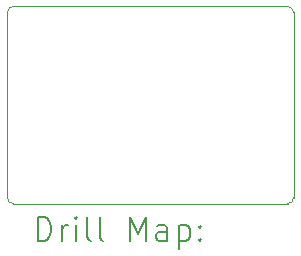
<source format=gbr>
%TF.GenerationSoftware,KiCad,Pcbnew,8.0.5*%
%TF.CreationDate,2024-10-05T21:15:03+02:00*%
%TF.ProjectId,XC9148-breakout,58433931-3438-42d6-9272-65616b6f7574,rev?*%
%TF.SameCoordinates,Original*%
%TF.FileFunction,Drillmap*%
%TF.FilePolarity,Positive*%
%FSLAX45Y45*%
G04 Gerber Fmt 4.5, Leading zero omitted, Abs format (unit mm)*
G04 Created by KiCad (PCBNEW 8.0.5) date 2024-10-05 21:15:03*
%MOMM*%
%LPD*%
G01*
G04 APERTURE LIST*
%ADD10C,0.050000*%
%ADD11C,0.200000*%
G04 APERTURE END LIST*
D10*
X9567000Y-5231000D02*
X11889000Y-5231000D01*
X11939000Y-6852000D02*
G75*
G02*
X11889000Y-6902000I-50000J0D01*
G01*
X11939000Y-5281000D02*
X11939000Y-6852000D01*
X9567000Y-6902000D02*
G75*
G02*
X9517000Y-6852000I0J50000D01*
G01*
X11889000Y-5231000D02*
G75*
G02*
X11939000Y-5281000I0J-50000D01*
G01*
X11889000Y-6902000D02*
X9567000Y-6902000D01*
X9517000Y-5281000D02*
G75*
G02*
X9567000Y-5231000I50000J0D01*
G01*
X9517000Y-6852000D02*
X9517000Y-5281000D01*
D11*
X9775277Y-7215984D02*
X9775277Y-7015984D01*
X9775277Y-7015984D02*
X9822896Y-7015984D01*
X9822896Y-7015984D02*
X9851467Y-7025508D01*
X9851467Y-7025508D02*
X9870515Y-7044555D01*
X9870515Y-7044555D02*
X9880039Y-7063603D01*
X9880039Y-7063603D02*
X9889563Y-7101698D01*
X9889563Y-7101698D02*
X9889563Y-7130269D01*
X9889563Y-7130269D02*
X9880039Y-7168365D01*
X9880039Y-7168365D02*
X9870515Y-7187412D01*
X9870515Y-7187412D02*
X9851467Y-7206460D01*
X9851467Y-7206460D02*
X9822896Y-7215984D01*
X9822896Y-7215984D02*
X9775277Y-7215984D01*
X9975277Y-7215984D02*
X9975277Y-7082650D01*
X9975277Y-7120746D02*
X9984801Y-7101698D01*
X9984801Y-7101698D02*
X9994324Y-7092174D01*
X9994324Y-7092174D02*
X10013372Y-7082650D01*
X10013372Y-7082650D02*
X10032420Y-7082650D01*
X10099086Y-7215984D02*
X10099086Y-7082650D01*
X10099086Y-7015984D02*
X10089563Y-7025508D01*
X10089563Y-7025508D02*
X10099086Y-7035031D01*
X10099086Y-7035031D02*
X10108610Y-7025508D01*
X10108610Y-7025508D02*
X10099086Y-7015984D01*
X10099086Y-7015984D02*
X10099086Y-7035031D01*
X10222896Y-7215984D02*
X10203848Y-7206460D01*
X10203848Y-7206460D02*
X10194324Y-7187412D01*
X10194324Y-7187412D02*
X10194324Y-7015984D01*
X10327658Y-7215984D02*
X10308610Y-7206460D01*
X10308610Y-7206460D02*
X10299086Y-7187412D01*
X10299086Y-7187412D02*
X10299086Y-7015984D01*
X10556229Y-7215984D02*
X10556229Y-7015984D01*
X10556229Y-7015984D02*
X10622896Y-7158841D01*
X10622896Y-7158841D02*
X10689563Y-7015984D01*
X10689563Y-7015984D02*
X10689563Y-7215984D01*
X10870515Y-7215984D02*
X10870515Y-7111222D01*
X10870515Y-7111222D02*
X10860991Y-7092174D01*
X10860991Y-7092174D02*
X10841944Y-7082650D01*
X10841944Y-7082650D02*
X10803848Y-7082650D01*
X10803848Y-7082650D02*
X10784801Y-7092174D01*
X10870515Y-7206460D02*
X10851467Y-7215984D01*
X10851467Y-7215984D02*
X10803848Y-7215984D01*
X10803848Y-7215984D02*
X10784801Y-7206460D01*
X10784801Y-7206460D02*
X10775277Y-7187412D01*
X10775277Y-7187412D02*
X10775277Y-7168365D01*
X10775277Y-7168365D02*
X10784801Y-7149317D01*
X10784801Y-7149317D02*
X10803848Y-7139793D01*
X10803848Y-7139793D02*
X10851467Y-7139793D01*
X10851467Y-7139793D02*
X10870515Y-7130269D01*
X10965753Y-7082650D02*
X10965753Y-7282650D01*
X10965753Y-7092174D02*
X10984801Y-7082650D01*
X10984801Y-7082650D02*
X11022896Y-7082650D01*
X11022896Y-7082650D02*
X11041944Y-7092174D01*
X11041944Y-7092174D02*
X11051467Y-7101698D01*
X11051467Y-7101698D02*
X11060991Y-7120746D01*
X11060991Y-7120746D02*
X11060991Y-7177888D01*
X11060991Y-7177888D02*
X11051467Y-7196936D01*
X11051467Y-7196936D02*
X11041944Y-7206460D01*
X11041944Y-7206460D02*
X11022896Y-7215984D01*
X11022896Y-7215984D02*
X10984801Y-7215984D01*
X10984801Y-7215984D02*
X10965753Y-7206460D01*
X11146705Y-7196936D02*
X11156229Y-7206460D01*
X11156229Y-7206460D02*
X11146705Y-7215984D01*
X11146705Y-7215984D02*
X11137182Y-7206460D01*
X11137182Y-7206460D02*
X11146705Y-7196936D01*
X11146705Y-7196936D02*
X11146705Y-7215984D01*
X11146705Y-7092174D02*
X11156229Y-7101698D01*
X11156229Y-7101698D02*
X11146705Y-7111222D01*
X11146705Y-7111222D02*
X11137182Y-7101698D01*
X11137182Y-7101698D02*
X11146705Y-7092174D01*
X11146705Y-7092174D02*
X11146705Y-7111222D01*
M02*

</source>
